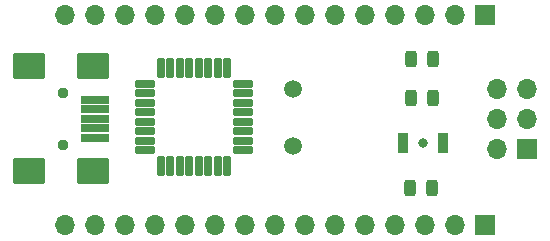
<source format=gbr>
%TF.GenerationSoftware,KiCad,Pcbnew,7.0.10*%
%TF.CreationDate,2024-02-19T12:28:25+05:30*%
%TF.ProjectId,ArduinoNano _Rudra_2021eeb1208,41726475-696e-46f4-9e61-6e6f205f5275,rev?*%
%TF.SameCoordinates,Original*%
%TF.FileFunction,Soldermask,Top*%
%TF.FilePolarity,Negative*%
%FSLAX46Y46*%
G04 Gerber Fmt 4.6, Leading zero omitted, Abs format (unit mm)*
G04 Created by KiCad (PCBNEW 7.0.10) date 2024-02-19 12:28:25*
%MOMM*%
%LPD*%
G01*
G04 APERTURE LIST*
G04 Aperture macros list*
%AMRoundRect*
0 Rectangle with rounded corners*
0 $1 Rounding radius*
0 $2 $3 $4 $5 $6 $7 $8 $9 X,Y pos of 4 corners*
0 Add a 4 corners polygon primitive as box body*
4,1,4,$2,$3,$4,$5,$6,$7,$8,$9,$2,$3,0*
0 Add four circle primitives for the rounded corners*
1,1,$1+$1,$2,$3*
1,1,$1+$1,$4,$5*
1,1,$1+$1,$6,$7*
1,1,$1+$1,$8,$9*
0 Add four rect primitives between the rounded corners*
20,1,$1+$1,$2,$3,$4,$5,0*
20,1,$1+$1,$4,$5,$6,$7,0*
20,1,$1+$1,$6,$7,$8,$9,0*
20,1,$1+$1,$8,$9,$2,$3,0*%
G04 Aperture macros list end*
%ADD10C,0.800000*%
%ADD11R,0.900000X1.700000*%
%ADD12R,1.700000X1.700000*%
%ADD13O,1.700000X1.700000*%
%ADD14RoundRect,0.243750X-0.243750X-0.456250X0.243750X-0.456250X0.243750X0.456250X-0.243750X0.456250X0*%
%ADD15C,0.950000*%
%ADD16RoundRect,0.102000X-1.125000X0.250000X-1.125000X-0.250000X1.125000X-0.250000X1.125000X0.250000X0*%
%ADD17RoundRect,0.102000X-1.250000X1.000000X-1.250000X-1.000000X1.250000X-1.000000X1.250000X1.000000X0*%
%ADD18C,1.500000*%
%ADD19RoundRect,0.102000X-0.736600X0.254000X-0.736600X-0.254000X0.736600X-0.254000X0.736600X0.254000X0*%
%ADD20RoundRect,0.102000X0.254000X0.736600X-0.254000X0.736600X-0.254000X-0.736600X0.254000X-0.736600X0*%
G04 APERTURE END LIST*
D10*
%TO.C,RST1*%
X94820500Y-107950000D03*
D11*
X93120500Y-107950000D03*
X96520500Y-107950000D03*
%TD*%
D12*
%TO.C,ICSP1*%
X103632000Y-108458000D03*
D13*
X101092000Y-108458000D03*
X103632000Y-105918000D03*
X101092000Y-105918000D03*
X103632000Y-103378000D03*
X101092000Y-103378000D03*
%TD*%
D14*
%TO.C,L1*%
X93707500Y-111760000D03*
X95582500Y-111760000D03*
%TD*%
%TO.C,RX1*%
X93804500Y-104140000D03*
X95679500Y-104140000D03*
%TD*%
D15*
%TO.C,J7*%
X64368000Y-103718000D03*
X64368000Y-108118000D03*
D16*
X67043000Y-104318000D03*
X67043000Y-105118000D03*
X67043000Y-105918000D03*
X67043000Y-106718000D03*
X67043000Y-107518000D03*
D17*
X66918000Y-101468000D03*
X66918000Y-110368000D03*
X61468000Y-101468000D03*
X61468000Y-110368000D03*
%TD*%
D14*
%TO.C,TX1*%
X93804500Y-100838000D03*
X95679500Y-100838000D03*
%TD*%
D18*
%TO.C,Y1*%
X83820000Y-108258000D03*
X83820000Y-103378000D03*
%TD*%
D19*
%TO.C,U1*%
X71323200Y-102971600D03*
X71323200Y-103759000D03*
X71323200Y-104571800D03*
X71323200Y-105359200D03*
X71323200Y-106172000D03*
X71323200Y-106959400D03*
X71323200Y-107772200D03*
X71323200Y-108559600D03*
D20*
X72644000Y-109880400D03*
X73431400Y-109880400D03*
X74244200Y-109880400D03*
X75031600Y-109880400D03*
X75844400Y-109880400D03*
X76631800Y-109880400D03*
X77444600Y-109880400D03*
X78232000Y-109880400D03*
D19*
X79552800Y-108559600D03*
X79552800Y-107772200D03*
X79552800Y-106959400D03*
X79552800Y-106172000D03*
X79552800Y-105359200D03*
X79552800Y-104571800D03*
X79552800Y-103759000D03*
X79552800Y-102971600D03*
D20*
X78232000Y-101650800D03*
X77444600Y-101650800D03*
X76631800Y-101650800D03*
X75844400Y-101650800D03*
X75031600Y-101650800D03*
X74244200Y-101650800D03*
X73431400Y-101650800D03*
X72644000Y-101650800D03*
%TD*%
D13*
%TO.C,J2*%
X64516000Y-114935000D03*
X67056000Y-114935000D03*
X69596000Y-114935000D03*
X72136000Y-114935000D03*
X74676000Y-114935000D03*
X77216000Y-114935000D03*
X79756000Y-114935000D03*
X82296000Y-114935000D03*
X84836000Y-114935000D03*
X87376000Y-114935000D03*
X89916000Y-114935000D03*
X92456000Y-114935000D03*
X94996000Y-114935000D03*
X97536000Y-114935000D03*
D12*
X100076000Y-114935000D03*
%TD*%
D13*
%TO.C,J4*%
X64516000Y-97155000D03*
X67056000Y-97155000D03*
X69596000Y-97155000D03*
X72136000Y-97155000D03*
X74676000Y-97155000D03*
X77216000Y-97155000D03*
X79756000Y-97155000D03*
X82296000Y-97155000D03*
X84836000Y-97155000D03*
X87376000Y-97155000D03*
X89916000Y-97155000D03*
X92456000Y-97155000D03*
X94996000Y-97155000D03*
X97536000Y-97155000D03*
D12*
X100076000Y-97155000D03*
%TD*%
M02*

</source>
